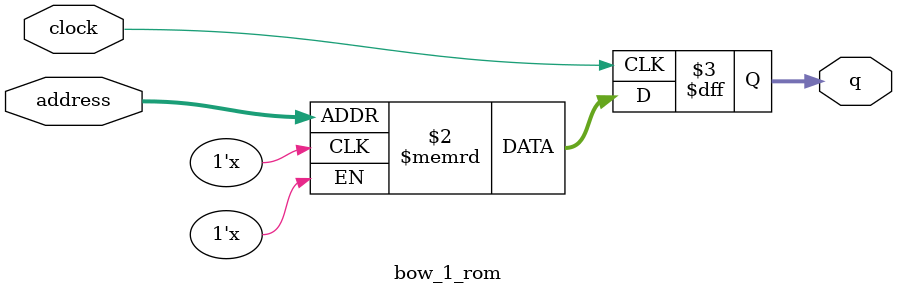
<source format=sv>
module bow_1_rom (
	input logic clock,
	input logic [12:0] address,
	output logic [2:0] q
);

logic [2:0] memory [0:5774] /* synthesis ram_init_file = "./bow_1/bow_1.mif" */;

always_ff @ (posedge clock) begin
	q <= memory[address];
end

endmodule

</source>
